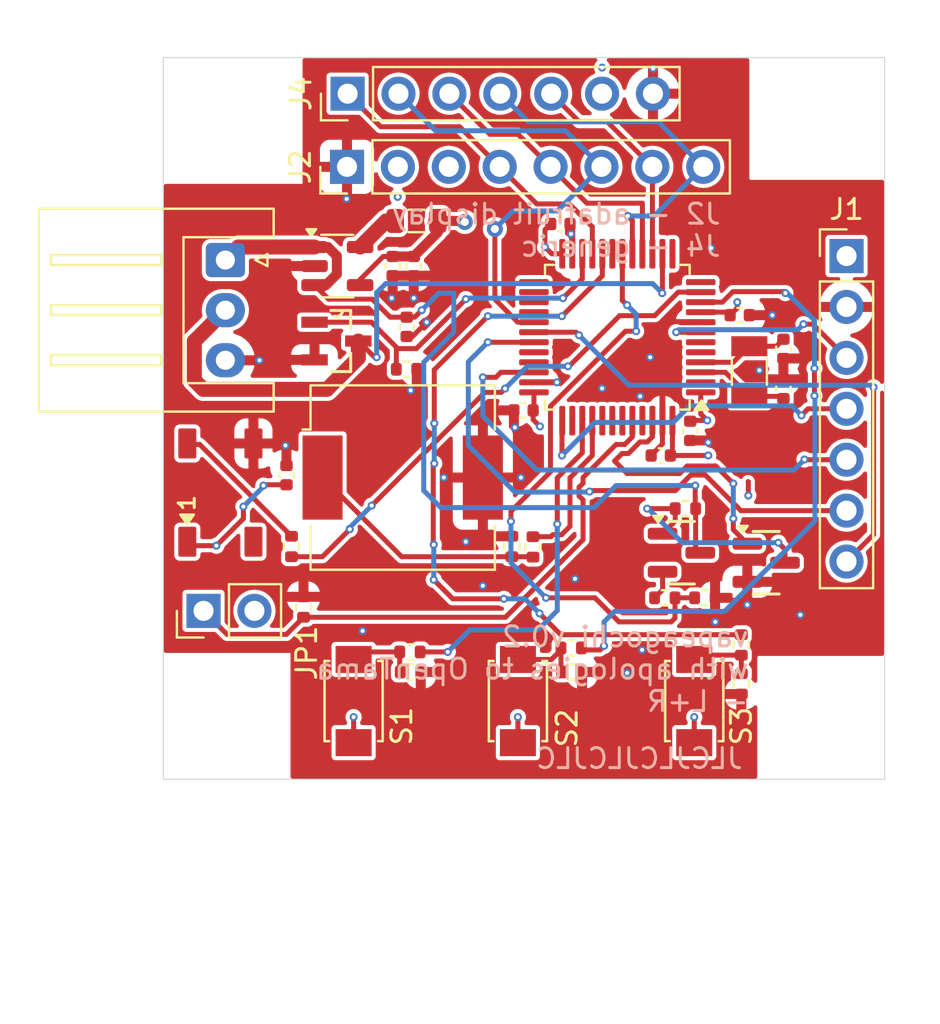
<source format=kicad_pcb>
(kicad_pcb (version 20240108) (generator "pcbnew") (generator_version "8.0")
  (layers (0 "F.Cu" signal) (1 "In1.Cu" signal) (2 "In2.Cu" power) (31 "B.Cu" signal) (34 "B.Paste" user) (35 "F.Paste" user) (36 "B.SilkS" user "B.Silkscreen") (37 "F.SilkS" user "F.Silkscreen") (38 "B.Mask" user) (39 "F.Mask" user) (44 "Edge.Cuts" user))
  (net 0 "")
  (net 1 "+BATT")
  (net 2 "GND")
  (net 3 "OSC32_IN")
  (net 4 "OSC32_OUT")
  (net 6 "Net-(D2-DIN)")
  (net 7 "NRST")
  (net 8 "SWCLK")
  (net 9 "SWDIO")
  (net 10 "USART1_TX")
  (net 11 "USART1_RX")
  (net 12 "SCREEN_RES")
  (net 13 "SCREEN_CLK")
  (net 14 "SCREEN_DIN")
  (net 15 "SCREEN_DC")
  (net 17 "SCREEN_CS")
  (net 18 "HEAT_IN")
  (net 19 "BOOT0")
  (net 20 "Net-(U1-SW)")
  (net 21 "Net-(LS1-Pad1)")
  (net 22 "VBATT_MEAS")
  (net 23 "HEAT_EN")
  (net 24 "Net-(Q1-D)")
  (net 25 "Net-(Q3-S)")
  (net 26 "SPEAKER")
  (net 27 "LEFT_BTN")
  (net 28 "Net-(R11-Pad1)")
  (net 29 "Net-(R12-Pad1)")
  (net 30 "MIDDLE_BTN")
  (net 31 "RIGHT_BTN")
  (net 32 "Net-(R13-Pad1)")
  (net 33 "VBATT_ANA")
  (net 38 "NCHARG")
  (net 48 "VBUS_SENSE")
  (net 49 "+3V3")
  (net 52 "LED")
  (footprint "Capacitor_SMD:C_0402_1005Metric" (layer "F.Cu") (at 130.85 66.43 90)
    (property "Reference" "C2" (hide yes))
    (property "Value" "12pF")
  )
  (footprint "Connector_PinHeader_2.54mm:PinHeader_1x08_P2.54mm_Vertical" (layer "F.Cu") (at 109.07 55.35 90)
    (property "Reference" "J2")
    (property "Value" "Conn_01x08")
  )
  (footprint "Capacitor_SMD:C_0402_1005Metric" (layer "F.Cu") (at 112.4 60.3 -90)
    (property "Reference" "C5" (hide yes))
    (property "Value" "4.7uF" (hide yes))
  )
  (footprint "MountingHole:MountingHole_2.7mm_M2.5" (layer "F.Cu") (at 132.8 82.8)
    (property "Reference" "H4" (hide yes))
    (property "Value" "MountingHole")
  )
  (footprint "Resistor_SMD:R_0402_1005Metric" (layer "F.Cu") (at 120.29 80.55)
    (property "Reference" "R5" (hide yes))
    (property "Value" "100k")
  )
  (footprint "IRLML6344TRPBF:SOT95P240X112-3N" (layer "F.Cu") (at 108.5422 64.0398)
    (property "Reference" "U2" (hide yes))
    (property "Value" "IRLML6344TRPBF")
  )
  (footprint "Resistor_SMD:R_0402_1005Metric" (layer "F.Cu") (at 112.24 80.55)
    (property "Reference" "R4" (hide yes))
    (property "Value" "100k")
  )
  (footprint "MountingHole:MountingHole_2.7mm_M2.5" (layer "F.Cu") (at 103 82.8)
    (property "Reference" "H2" (hide yes))
    (property "Value" "MountingHole")
  )
  (footprint "Capacitor_SMD:C_0402_1005Metric" (layer "F.Cu") (at 117.88 67.5 180)
    (property "Reference" "C10" (hide yes))
    (property "Value" "1uF")
  )
  (footprint "Connector_PinHeader_2.54mm:PinHeader_1x07_P2.54mm_Vertical" (layer "F.Cu") (at 109.1 51.7 90)
    (property "Reference" "J4")
    (property "Value" "Conn_01x07")
  )
  (footprint "TS-1088-AR02016:SW_TS-1088-AR02016" (layer "F.Cu") (at 109.4 82 -90)
    (property "Reference" "S1")
    (property "Value" "TS-1088-AR02016")
  )
  (footprint "Resistor_SMD:R_0402_1005Metric" (layer "F.Cu") (at 126.93 76.85)
    (property "Reference" "R24" (hide yes))
    (property "Value" "20k")
  )
  (footprint "Package_QFP:LQFP-48_7x7mm_P0.5mm" (layer "F.Cu") (at 122.5625 63.85 180)
    (property "Reference" "U3" (hide yes))
    (property "Value" "STM32L072CBTx")
  )
  (footprint "TS-1088-AR02016:SW_TS-1088-AR02016" (layer "F.Cu") (at 126.4 82 -90)
    (property "Reference" "S3")
    (property "Value" "TS-1088-AR02016")
  )
  (footprint "Resistor_SMD:R_0402_1005Metric" (layer "F.Cu") (at 112.04 65.45)
    (property "Reference" "R1" (hide yes))
    (property "Value" "1M")
  )
  (footprint "Capacitor_SMD:C_0402_1005Metric" (layer "F.Cu") (at 106.05 70.73 90)
    (property "Reference" "C8" (hide yes))
    (property "Value" "1uF")
  )
  (footprint "Crystal:Crystal_SMD_3215-2Pin_3.2x1.5mm" (layer "F.Cu") (at 129.15 65.55 -90)
    (property "Reference" "Y1" (hide yes))
    (property "Value" "32768Hz - 12,5 pF")
  )
  (footprint "PCM_JLCPCB:LED_WS2812B_PLCC4_5.0x5.0mm_P3.2mm" (layer "F.Cu") (at 102.75 71.6 90)
    (property "Reference" "D2" (hide yes))
    (property "Value" "WS2812B")
  )
  (footprint "Capacitor_SMD:C_0402_1005Metric" (layer "F.Cu") (at 111.35 60.3 -90)
    (property "Reference" "C6" (hide yes))
    (property "Value" "4.7uF")
  )
  (footprint "Resistor_SMD:R_0402_1005Metric" (layer "F.Cu") (at 112.21 79.55)
    (property "Reference" "R11" (hide yes))
    (property "Value" "330")
  )
  (footprint "TS-1088-AR02016:SW_TS-1088-AR02016" (layer "F.Cu") (at 117.6 82 -90)
    (property "Reference" "S2")
    (property "Value" "TS-1088-AR02016")
  )
  (footprint "Connector_JST:JST_XH_S3B-XH-A_1x03_P2.50mm_Horizontal" (layer "F.Cu") (at 103 60 -90)
    (property "Reference" "J3" (hide yes))
    (property "Value" "Conn_01x03")
  )
  (footprint "Resistor_SMD:R_0402_1005Metric" (layer "F.Cu") (at 117.3 74.29 90)
    (property "Reference" "R10" (hide yes))
    (property "Value" "1k")
  )
  (footprint "Resistor_SMD:R_0402_1005Metric" (layer "F.Cu") (at 128.75 79.2 90)
    (property "Reference" "R13" (hide yes))
    (property "Value" "330")
  )
  (footprint "Resistor_SMD:R_0402_1005Metric" (layer "F.Cu") (at 125.96 72.4 180)
    (property "Reference" "R22" (hide yes))
    (property "Value" "100k")
  )
  (footprint "PCM_JLCPCB:Q_SOT-23" (layer "F.Cu") (at 129.99 75.1)
    (property "Reference" "Q1" (hide yes))
    (property "Value" "2N7002")
  )
  (footprint "PCM_JLCPCB:Q_SOT-23" (layer "F.Cu") (at 125.76 74.6)
    (property "Reference" "Q3" (hide yes))
    (property "Value" "SI2301CDS-T1-GE3")
  )
  (footprint "Resistor_SMD:R_0402_1005Metric" (layer "F.Cu") (at 118.35 74.31 90)
    (property "Reference" "R9" (hide yes))
    (property "Value" "100")
  )
  (footprint "MountingHole:MountingHole_2.7mm_M2.5" (layer "F.Cu") (at 132.8 53)
    (property "Reference" "H3" (hide yes))
    (property "Value" "MountingHole")
  )
  (footprint "Connector_PinHeader_2.54mm:PinHeader_1x02_P2.54mm_Vertical" (layer "F.Cu") (at 101.91 77.5 90)
    (property "Reference" "JP1")
    (property "Value" "BOOT0")
  )
  (footprint "Capacitor_SMD:C_0402_1005Metric" (layer "F.Cu") (at 124.73 69.75 180)
    (property "Reference" "C7" (hide yes))
    (property "Value" "1uF")
  )
  (footprint "Capacitor_SMD:C_0402_1005Metric" (layer "F.Cu") (at 128.67 62.75)
    (property "Reference" "C4" (hide yes))
    (property "Value" "1uF")
  )
  (footprint "MountingHole:MountingHole_2.7mm_M2.5" (layer "F.Cu") (at 103 53)
    (property "Reference" "H1" (hide yes))
    (property "Value" "MountingHole")
  )
  (footprint "Capacitor_SMD:C_0402_1005Metric" (layer "F.Cu") (at 112.05 63.33 -90)
    (property "Reference" "C1" (hide yes))
    (property "Value" "4.7uF")
  )
  (footprint "Resistor_SMD:R_0402_1005Metric" (layer "F.Cu") (at 106.9 77.31 90)
    (property "Reference" "R2" (hide yes))
    (property "Value" "10k")
  )
  (footprint "Connector_PinHeader_2.54mm:PinHeader_1x07_P2.54mm_Vertical" (layer "F.Cu") (at 134 59.8)
    (property "Reference" "J1")
    (property "Value" "Conn_01x07")
  )
  (footprint "Capacitor_SMD:C_0402_1005Metric" (layer "F.Cu") (at 130.85 64.43 -90)
    (property "Reference" "C3" (hide yes))
    (property "Value" "12pF")
  )
  (footprint "Resistor_SMD:R_0402_1005Metric" (layer "F.Cu") (at 120.26 79.35)
    (property "Reference" "R12" (hide yes))
    (property "Value" "330")
  )
  (footprint "Buzzer_Beeper:Buzzer_CUI_CPT-9019S-SMT" (layer "F.Cu") (at 111.85 70.85)
    (property "Reference" "LS1" (hide yes))
    (property "Value" "Speaker_Crystal")
  )
  (footprint "Resistor_SMD:R_0402_1005Metric" (layer "F.Cu") (at 106.3 74.29 90)
    (property "Reference" "R3" (hide yes))
    (property "Value" "330")
  )
  (footprint "Package_TO_SOT_SMD:SOT-23-5" (layer "F.Cu") (at 108.5875 60.3)
    (property "Reference" "U1" (hide yes))
    (property "Value" "TPS62203DBV")
  )
  (footprint "Resistor_SMD:R_0402_1005Metric" (layer "F.Cu") (at 128.75 81.14 -90)
    (property "Reference" "R6" (hide yes))
    (property "Value" "100k")
  )
  (footprint "Inductor_SMD:L_0805_2012Metric" (layer "F.Cu") (at 112.5375 58.05)
    (property "Reference" "L1" (hide yes))
    (property "Value" "10uH")
  )
  (footprint "Capacitor_SMD:C_0402_1005Metric" (layer "F.Cu") (at 126.2 68.52 -90)
    (property "Reference" "C11" (hide yes))
    (property "Value" "1uF")
  )
  (footprint "Resistor_SMD:R_0402_1005Metric" (layer "F.Cu") (at 124.93 76.85)
    (property "Reference" "R23" (hide yes))
    (property "Value" "20k")
  )
  (footprint "Capacitor_SMD:C_0402_1005Metric" (layer "F.Cu") (at 119.72 58.2)
    (property "Reference" "C9" (hide yes))
    (property "Value" "1uF")
  )
  (gr_rect (start 99.9 49.9) (end 135.9 85.9) (stroke (width 0.05)) (fill none) (layer "Edge.Cuts"))
  (gr_text "J2 - adafruit display\nJ4 - generic" (at 127.8 59.9 0) (layer "B.SilkS") (effects (font (size 1 1)) (justify left bottom mirror)))
  (gr_text "JLCJLCJLCJLC" (at 128.9 85.45 0) (layer "B.SilkS") (effects (font (size 1 1)) (justify left bottom mirror)))
  (gr_text "vapeagochi v0.2\nwith apologies to OpenTama\n- L+R" (at 129.2 82.6 0) (layer "B.SilkS") (effects (font (size 1 1)) (justify left bottom mirror)))
  (segment (start 108.5625 59.800001) (end 108.112499 59.35) (width 0.5) (layer "F.Cu") (net 1))
  (segment (start 112.45 62.85) (end 112.8 62.5) (width 0.25) (layer "F.Cu") (net 1))
  (segment (start 108.15 61.95) (end 107.45 61.25) (width 0.25) (layer "F.Cu") (net 1))
  (segment (start 108.015184 61.25) (end 108.5625 60.702684) (width 0.5) (layer "F.Cu") (net 1))
  (segment (start 126.45 71.25) (end 126.45 72.38) (width 0.25) (layer "F.Cu") (net 1))
  (segment (start 126.45 72.38) (end 126.47 72.4) (width 0.25) (layer "F.Cu") (net 1))
  (segment (start 107.45 61.25) (end 108.015184 61.25) (width 0.5) (layer "F.Cu") (net 1))
  (segment (start 112.05 62.85) (end 112.45 62.85) (width 0.25) (layer "F.Cu") (net 1))
  (segment (start 110.324695 61.95) (end 108.15 61.95) (width 0.25) (layer "F.Cu") (net 1))
  (segment (start 126.47 74.37) (end 126.7 74.6) (width 0.25) (layer "F.Cu") (net 1))
  (segment (start 126.47 72.4) (end 126.47 74.37) (width 0.25) (layer "F.Cu") (net 1))
  (segment (start 108.5625 60.702684) (end 108.5625 59.800001) (width 0.5) (layer "F.Cu") (net 1))
  (segment (start 107.45 59.35) (end 103.65 59.35) (width 0.75) (layer "F.Cu") (net 1))
  (segment (start 108.112499 59.35) (end 107.45 59.35) (width 0.5) (layer "F.Cu") (net 1))
  (segment (start 103.65 59.35) (end 103 60) (width 0.75) (layer "F.Cu") (net 1))
  (segment (start 112.05 62.85) (end 111.224695 62.85) (width 0.25) (layer "F.Cu") (net 1))
  (segment (start 111.224695 62.85) (end 110.324695 61.95) (width 0.25) (layer "F.Cu") (net 1))
  (via (at 112.8 62.5) (size 0.4) (drill 0.2) (layers "F.Cu" "B.Cu") (net 1))
  (via (at 126.45 71.25) (size 0.4) (drill 0.2) (layers "F.Cu" "B.Cu") (net 1))
  (segment (start 113.65 61.65) (end 114.4 61.65) (width 0.25) (layer "B.Cu") (net 1))
  (segment (start 113.75 72.35) (end 121.4 72.35) (width 0.25) (layer "B.Cu") (net 1))
  (segment (start 114.4 61.65) (end 114.4 63.6) (width 0.25) (layer "B.Cu") (net 1))
  (segment (start 114.4 63.6) (end 112.9 65.1) (width 0.25) (layer "B.Cu") (net 1))
  (segment (start 122.5 71.25) (end 126.45 71.25) (width 0.25) (layer "B.Cu") (net 1))
  (segment (start 112.9 71.5) (end 113.75 72.35) (width 0.25) (layer "B.Cu") (net 1))
  (segment (start 112.8 62.5) (end 113.65 61.65) (width 0.25) (layer "B.Cu") (net 1))
  (segment (start 112.9 65.1) (end 112.9 71.5) (width 0.25) (layer "B.Cu") (net 1))
  (segment (start 121.4 72.35) (end 122.5 71.25) (width 0.25) (layer "B.Cu") (net 1))
  (segment (start 124.25 69.73851) (end 124.25 69.75) (width 0.25) (layer "F.Cu") (net 2))
  (segment (start 112.55 66.2) (end 112.25 66.5) (width 0.25) (layer "F.Cu") (net 2))
  (segment (start 112.55 65.45) (end 112.55 66.2) (width 0.25) (layer "F.Cu") (net 2))
  (segment (start 112.34 63.81) (end 113.05 63.1) (width 0.25) (layer "F.Cu") (net 2))
  (segment (start 124.8125 68.0125) (end 124.8125 69.17601) (width 0.25) (layer "F.Cu") (net 2))
  (segment (start 103.0204 64.9796) (end 103 65) (width 0.75) (layer "F.Cu") (net 2))
  (segment (start 103.25 65) (end 103 65) (width 0.75) (layer "F.Cu") (net 2))
  (segment (start 112.05 63.81) (end 112.34 63.81) (width 0.25) (layer "F.Cu") (net 2))
  (segment (start 124.8125 69.17601) (end 124.25 69.73851) (width 0.25) (layer "F.Cu") (net 2))
  (via (at 120.25 58.7) (size 0.4) (drill 0.2) (layers "F.Cu" "B.Cu") (net 2))
  (via (at 113.9 70.85) (size 0.4) (drill 0.2) (layers "F.Cu" "B.Cu") (net 2))
  (via (at 131.7 77.7) (size 0.4) (drill 0.2) (layers "F.Cu" "B.Cu") (net 2))
  (via (at 115 74.05) (size 0.4) (drill 0.2) (layers "F.Cu" "B.Cu") (net 2))
  (via (at 109.85 78.5) (size 0.4) (drill 0.2) (layers "F.Cu" "B.Cu") (net 2))
  (via (at 127.45 78.05) (size 0.4) (drill 0.2) (layers "F.Cu" "B.Cu") (net 2))
  (via (at 124.2 64.85) (size 0.4) (drill 0.2) (layers "F.Cu" "B.Cu") (net 2))
  (via (at 104.7 65) (size 0.4) (drill 0.2) (layers "F.Cu" "B.Cu") (net 2))
  (via (at 127.25 59.4) (size 0.4) (drill 0.2) (layers "F.Cu" "B.Cu") (net 2))
  (via (at 111.3 61.9) (size 0.4) (drill 0.2) (layers "F.Cu" "B.Cu") (net 2))
  (via (at 120.45 75.9) (size 0.4) (drill 0.2) (layers "F.Cu" "B.Cu") (net 2))
  (via (at 109.05 56.95) (size 0.4) (drill 0.2) (layers "F.Cu" "B.Cu") (net 2))
  (via (at 115.85 76.25) (size 0.4) (drill 0.2) (layers "F.Cu" "B.Cu") (net 2))
  (via (at 113.05 63.1) (size 0.4) (drill 0.2) (layers "F.Cu" "B.Cu") (net 2))
  (via (at 129.05 77.2) (size 0.4) (drill 0.2) (layers "F.Cu" "B.Cu") (net 2))
  (via (at 119.55 66.1) (size 0.4) (drill 0.2) (layers "F.Cu" "B.Cu") (net 2))
  (via (at 123.05 80.6) (size 0.4) (drill 0.2) (layers "F.Cu" "B.Cu") (net 2))
  (via (at 129.65 65.5) (size 0.4) (drill 0.2) (layers "F.Cu" "B.Cu") (net 2))
  (via (at 106 69.25) (size 0.4) (drill 0.2) (layers "F.Cu" "B.Cu") (net 2))
  (via (at 112.4 61.9) (size 0.4) (drill 0.2) (layers "F.Cu" "B.Cu") (net 2))
  (via (at 130.3 62.75) (size 0.4) (drill 0.2) (layers "F.Cu" "B.Cu") (net 2))
  (via (at 123.7 66.8) (size 0.4) (drill 0.2) (layers "F.Cu" "B.Cu") (net 2))
  (via (at 123.8 79.45) (size 0.4) (drill 0.2) (layers "F.Cu" "B.Cu") (net 2))
  (via (at 112.25 66.5) (size 0.4) (drill 0.2) (layers "F.Cu" "B.Cu") (net 2))
  (via (at 127.1 69.1) (size 0.4) (drill 0.2) (layers "F.Cu" "B.Cu") (net 2))
  (via (at 124.35 50.45) (size 0.4) (drill 0.2) (layers "F.Cu" "B.Cu") (net 2))
  (via (at 121.8 66.4) (size 0.4) (drill 0.2) (layers "F.Cu" "B.Cu") (net 2))
  (via (at 117.45 68.35) (size 0.4) (drill 0.2) (layers "F.Cu" "B.Cu") (net 2))
  (via (at 117.75 70.85) (size 0.4) (drill 0.2) (layers "F.Cu" "B.Cu") (net 2))
  (segment (start 127.95 65.6) (end 129.15 66.8) (width 0.25) (layer "F.Cu") (net 3))
  (segment (start 126.725 65.6) (end 127.95 65.6) (width 0.25) (layer "F.Cu") (net 3))
  (segment (start 130.74 66.8) (end 130.85 66.91) (width 0.25) (layer "F.Cu") (net 3))
  (segment (start 129.15 66.8) (end 130.74 66.8) (width 0.25) (layer "F.Cu") (net 3))
  (segment (start 129.15 64.3) (end 128.35 65.1) (width 0.25) (layer "F.Cu") (net 4))
  (segment (start 130.5 64.3) (end 130.85 63.95) (width 0.25) (layer "F.Cu") (net 4))
  (segment (start 128.35 65.1) (end 126.725 65.1) (width 0.25) (layer "F.Cu") (net 4))
  (segment (start 129.15 64.3) (end 130.5 64.3) (width 0.25) (layer "F.Cu") (net 4))
  (segment (start 101.72 69.2) (end 101.3 69.2) (width 0.25) (layer "F.Cu") (net 6))
  (segment (start 106.3 73.78) (end 101.72 69.2) (width 0.25) (layer "F.Cu") (net 6))
  (segment (start 125.5 63.6) (end 126.725 63.6) (width 0.25) (layer "F.Cu") (net 7))
  (segment (start 134 64.88) (end 132.32 63.2) (width 0.25) (layer "F.Cu") (net 7))
  (segment (start 132.32 63.2) (end 131.85 63.2) (width 0.25) (layer "F.Cu") (net 7))
  (via (at 125.5 63.6) (size 0.4) (drill 0.2) (layers "F.Cu" "B.Cu") (net 7))
  (via (at 131.85 63.2) (size 0.4) (drill 0.2) (layers "F.Cu" "B.Cu") (net 7))
  (segment (start 125.5 63.6) (end 125.625 63.475) (width 0.25) (layer "B.Cu") (net 7))
  (segment (start 125.625 63.475) (end 131.575 63.475) (width 0.25) (layer "B.Cu") (net 7))
  (segment (start 131.575 63.475) (end 131.85 63.2) (width 0.25) (layer "B.Cu") (net 7))
  (segment (start 132.08 67.42) (end 131.75 67.75) (width 0.25) (layer "F.Cu") (net 8))
  (segment (start 119.8 68.025) (end 119.8125 68.0125) (width 0.25) (layer "F.Cu") (net 8))
  (segment (start 119.8 69.75) (end 119.8 68.025) (width 0.25) (layer "F.Cu") (net 8))
  (segment (start 134 67.42) (end 132.08 67.42) (width 0.25) (layer "F.Cu") (net 8))
  (via (at 119.8 69.75) (size 0.4) (drill 0.2) (layers "F.Cu" "B.Cu") (net 8))
  (via (at 131.75 67.75) (size 0.4) (drill 0.2) (layers "F.Cu" "B.Cu") (net 8))
  (segment (start 121.45 68.1) (end 119.8 69.75) (width 0.25) (layer "B.Cu") (net 8))
  (segment (start 126.175 67.275) (end 125.35 68.1) (width 0.25) (layer "B.Cu") (net 8))
  (segment (start 131.275 67.275) (end 126.175 67.275) (width 0.25) (layer "B.Cu") (net 8))
  (segment (start 131.75 67.75) (end 131.275 67.275) (width 0.25) (layer "B.Cu") (net 8))
  (segment (start 125.35 68.1) (end 121.45 68.1) (width 0.25) (layer "B.Cu") (net 8))
  (segment (start 115.85 65.85) (end 116.5 65.85) (width 0.25) (layer "F.Cu") (net 9))
  (segment (start 131.91 69.96) (end 131.9 69.95) (width 0.25) (layer "F.Cu") (net 9))
  (segment (start 134 69.96) (end 131.91 69.96) (width 0.25) (layer "F.Cu") (net 9))
  (segment (start 116.5 65.85) (end 116.75 65.6) (width 0.25) (layer "F.Cu") (net 9))
  (segment (start 116.75 65.6) (end 118.4 65.6) (width 0.25) (layer "F.Cu") (net 9))
  (via (at 115.85 65.85) (size 0.4) (drill 0.2) (layers "F.Cu" "B.Cu") (net 9))
  (via (at 131.9 69.95) (size 0.4) (drill 0.2) (layers "F.Cu" "B.Cu") (net 9))
  (segment (start 115.85 67.775305) (end 115.85 65.85) (width 0.25) (layer "B.Cu") (net 9))
  (segment (start 118.549695 70.475) (end 115.85 67.775305) (width 0.25) (layer "B.Cu") (net 9))
  (segment (start 131.9 69.95) (end 131.375 70.475) (width 0.25) (layer "B.Cu") (net 9))
  (segment (start 131.375 70.475) (end 118.549695 70.475) (width 0.25) (layer "B.Cu") (net 9))
  (segment (start 135.35 73.69) (end 135.35 66.35) (width 0.25) (layer "F.Cu") (net 10))
  (segment (start 120.65 63.75) (end 120.5 63.6) (width 0.25) (layer "F.Cu") (net 10))
  (segment (start 120.5 63.6) (end 118.4 63.6) (width 0.25) (layer "F.Cu") (net 10))
  (segment (start 134 75.04) (end 135.35 73.69) (width 0.25) (layer "F.Cu") (net 10))
  (via (at 120.65 63.75) (size 0.4) (drill 0.2) (layers "F.Cu" "B.Cu") (net 10))
  (via (at 135.35 66.35) (size 0.4) (drill 0.2) (layers "F.Cu" "B.Cu") (net 10))
  (segment (start 123.145 66.245) (end 120.65 63.75) (width 0.25) (layer "B.Cu") (net 10))
  (segment (start 135.35 66.35) (end 135.245 66.245) (width 0.25) (layer "B.Cu") (net 10))
  (segment (start 135.245 66.245) (end 123.145 66.245) (width 0.25) (layer "B.Cu") (net 10))
  (segment (start 128.725305 72.5) (end 134 72.5) (width 0.25) (layer "F.Cu") (net 11))
  (segment (start 121.224694 71.5) (end 125.457537 71.5) (width 0.25) (layer "F.Cu") (net 11))
  (segment (start 125.457537 71.5) (end 126.232537 70.725) (width 0.25) (layer "F.Cu") (net 11))
  (segment (start 116.1 64.1) (end 118.4 64.1) (width 0.25) (layer "F.Cu") (net 11))
  (segment (start 126.232537 70.725) (end 126.950305 70.725) (width 0.25) (layer "F.Cu") (net 11))
  (segment (start 126.950305 70.725) (end 128.725305 72.5) (width 0.25) (layer "F.Cu") (net 11))
  (segment (start 121.174847 71.549847) (end 121.224694 71.5) (width 0.25) (layer "F.Cu") (net 11))
  (via (at 121.174847 71.549847) (size 0.4) (drill 0.2) (layers "F.Cu" "B.Cu") (net 11))
  (via (at 116.1 64.1) (size 0.4) (drill 0.2) (layers "F.Cu" "B.Cu") (net 11))
  (segment (start 121.174847 71.549847) (end 121.149694 71.575) (width 0.25) (layer "B.Cu") (net 11))
  (segment (start 121.149694 71.575) (end 117.449695 71.575) (width 0.25) (layer "B.Cu") (net 11))
  (segment (start 117.449695 71.575) (end 115.125 69.250305) (width 0.25) (layer "B.Cu") (net 11))
  (segment (start 115.125 65.075) (end 116.1 64.1) (width 0.25) (layer "B.Cu") (net 11))
  (segment (start 115.125 69.250305) (end 115.125 65.075) (width 0.25) (layer "B.Cu") (net 11))
  (segment (start 119.23 55.35) (end 117.605 53.725) (width 0.25) (layer "F.Cu") (net 12))
  (segment (start 116.205 53.725) (end 114.18 51.7) (width 0.25) (layer "F.Cu") (net 12))
  (segment (start 123.8125 57.1625) (end 121.0425 57.1625) (width 0.25) (layer "F.Cu") (net 12))
  (segment (start 123.8125 59.6875) (end 123.8125 57.1625) (width 0.25) (layer "F.Cu") (net 12))
  (segment (start 121.0425 57.1625) (end 119.23 55.35) (width 0.25) (layer "F.Cu") (net 12))
  (segment (start 117.605 53.725) (end 116.205 53.725) (width 0.25) (layer "F.Cu") (net 12))
  (segment (start 124.3125 59.6875) (end 124.3125 55.3525) (width 0.25) (layer "F.Cu") (net 13))
  (segment (start 120.66 53.1) (end 122.06 53.1) (width 0.25) (layer "F.Cu") (net 13))
  (segment (start 119.26 51.7) (end 120.66 53.1) (width 0.25) (layer "F.Cu") (net 13))
  (segment (start 124.3125 55.3525) (end 124.31 55.35) (width 0.25) (layer "F.Cu") (net 13))
  (segment (start 122.06 53.1) (end 124.31 55.35) (width 0.25) (layer "F.Cu") (net 13))
  (segment (start 123.3125 59.6875) (end 123.3125 58.025) (width 0.25) (layer "F.Cu") (net 14))
  (segment (start 123.3125 58.025) (end 123.0875 57.8) (width 0.25) (layer "F.Cu") (net 14))
  (via (at 123.0875 57.8) (size 0.4) (drill 0.2) (layers "F.Cu" "B.Cu") (net 14))
  (segment (start 124.4 57.8) (end 123.0875 57.8) (width 0.25) (layer "B.Cu") (net 14))
  (segment (start 118.12 53.1) (end 124.6 53.1) (width 0.25) (layer "B.Cu") (net 14))
  (segment (start 116.72 51.7) (end 118.12 53.1) (width 0.25) (layer "B.Cu") (net 14))
  (segment (start 124.6 53.1) (end 126.85 55.35) (width 0.25) (layer "B.Cu") (net 14))
  (segment (start 126.85 55.35) (end 124.4 57.8) (width 0.25) (layer "B.Cu") (net 14))
  (segment (start 117.594736 63.1) (end 118.4 63.1) (width 0.25) (layer "F.Cu") (net 15))
  (segment (start 116.45 58.45) (end 116.45 61.955264) (width 0.25) (layer "F.Cu") (net 15))
  (segment (start 116.45 61.955264) (end 117.594736 63.1) (width 0.25) (layer "F.Cu") (net 15))
  (via (at 121.7 55.5) (size 0.4) (drill 0.2) (layers "F.Cu" "B.Cu") (net 15))
  (via (at 116.45 58.45) (size 0.8) (drill 0.4) (layers "F.Cu" "B.Cu") (net 15))
  (segment (start 117.35 57.55) (end 116.45 58.45) (width 0.25) (layer "B.Cu") (net 15))
  (segment (start 111.64 51.7) (end 113.49 53.55) (width 0.25) (layer "B.Cu") (net 15))
  (segment (start 121.77 55.35) (end 119.57 57.55) (width 0.25) (layer "B.Cu") (net 15))
  (segment (start 119.57 57.55) (end 117.35 57.55) (width 0.25) (layer "B.Cu") (net 15))
  (segment (start 119.97 53.55) (end 121.77 55.35) (width 0.25) (layer "B.Cu") (net 15))
  (segment (start 113.49 53.55) (end 119.97 53.55) (width 0.25) (layer "B.Cu") (net 15))
  (segment (start 120.17149 57.2) (end 118.54 57.2) (width 0.25) (layer "F.Cu") (net 17))
  (segment (start 114.69 53.35) (end 110.75 53.35) (width 0.25) (layer "F.Cu") (net 17))
  (segment (start 110.75 53.35) (end 109.1 51.7) (width 0.25) (layer "F.Cu") (net 17))
  (segment (start 121.3125 58.34101) (end 120.17149 57.2) (width 0.25) (layer "F.Cu") (net 17))
  (segment (start 118.54 57.2) (end 116.69 55.35) (width 0.25) (layer "F.Cu") (net 17))
  (segment (start 121.3125 59.6875) (end 121.3125 58.34101) (width 0.25) (layer "F.Cu") (net 17))
  (segment (start 116.69 55.35) (end 114.69 53.35) (width 0.25) (layer "F.Cu") (net 17))
  (segment (start 101.9 66.45) (end 108.0694 66.45) (width 0.75) (layer "F.Cu") (net 18))
  (segment (start 101.45 64.05) (end 101.45 66) (width 0.75) (layer "F.Cu") (net 18))
  (segment (start 124.8125 61.6375) (end 124.8 61.65) (width 0.25) (layer "F.Cu") (net 18))
  (segment (start 124.8125 59.6875) (end 124.8125 61.6375) (width 0.25) (layer "F.Cu") (net 18))
  (segment (start 110.4446 64.85) (end 109.6344 64.0398) (width 0.25) (layer "F.Cu") (net 18))
  (segment (start 110.55 64.85) (end 110.4446 64.85) (width 0.25) (layer "F.Cu") (net 18))
  (segment (start 103 62.5) (end 101.45 64.05) (width 0.75) (layer "F.Cu") (net 18))
  (segment (start 108.0694 66.45) (end 109.6344 64.885) (width 0.75) (layer "F.Cu") (net 18))
  (segment (start 101.45 66) (end 101.9 66.45) (width 0.75) (layer "F.Cu") (net 18))
  (segment (start 109.6344 64.885) (end 109.6344 64.0398) (width 0.75) (layer "F.Cu") (net 18))
  (via (at 124.8 61.65) (size 0.4) (drill 0.2) (layers "F.Cu" "B.Cu") (net 18))
  (via (at 110.55 64.85) (size 0.4) (drill 0.2) (layers "F.Cu" "B.Cu") (net 18))
  (segment (start 124.8 61.65) (end 124.325 61.175) (width 0.25) (layer "B.Cu") (net 18))
  (segment (start 110.999695 61.175) (end 110.55 61.624695) (width 0.25) (layer "B.Cu") (net 18))
  (segment (start 124.325 61.175) (end 110.999695 61.175) (width 0.25) (layer "B.Cu") (net 18))
  (segment (start 110.55 61.624695) (end 110.55 64.85) (width 0.25) (layer "B.Cu") (net 18))
  (segment (start 120.649847 71.332384) (end 120.649847 71.76731) (width 0.25) (layer "F.Cu") (net 19))
  (segment (start 123.3125 68.817764) (end 122.930264 69.2) (width 0.25) (layer "F.Cu") (net 19))
  (segment (start 123.3125 68.0125) (end 123.3125 68.817764) (width 0.25) (layer "F.Cu") (net 19))
  (segment (start 103.085 78.675) (end 101.91 77.5) (width 0.25) (layer "F.Cu") (net 19))
  (segment (start 116.98 77.82) (end 106.9 77.82) (width 0.25) (layer "F.Cu") (net 19))
  (segment (start 120.649847 71.76731) (end 120.85 71.967463) (width 0.25) (layer "F.Cu") (net 19))
  (segment (start 120.85 73.95) (end 116.98 77.82) (width 0.25) (layer "F.Cu") (net 19))
  (segment (start 122.499389 69.2) (end 120.85 70.849389) (width 0.25) (layer "F.Cu") (net 19))
  (segment (start 120.85 70.849389) (end 120.85 71.132231) (width 0.25) (layer "F.Cu") (net 19))
  (segment (start 120.85 71.967463) (end 120.85 73.95) (width 0.25) (layer "F.Cu") (net 19))
  (segment (start 106.045 78.675) (end 103.085 78.675) (width 0.25) (layer "F.Cu") (net 19))
  (segment (start 122.930264 69.2) (end 122.499389 69.2) (width 0.25) (layer "F.Cu") (net 19))
  (segment (start 120.85 71.132231) (end 120.649847 71.332384) (width 0.25) (layer "F.Cu") (net 19))
  (segment (start 106.9 77.82) (end 106.045 78.675) (width 0.25) (layer "F.Cu") (net 19))
  (segment (start 111.475 58.05) (end 111.025 58.05) (width 0.75) (layer "F.Cu") (net 20))
  (segment (start 111.025 58.05) (end 109.725 59.35) (width 0.75) (layer "F.Cu") (net 20))
  (segment (start 118.25 74.8) (end 117.25 74.8) (width 0.25) (layer "F.Cu") (net 21))
  (segment (start 117.25 74.8) (end 111.8 74.8) (width 0.25) (layer "F.Cu") (net 21))
  (segment (start 111.8 74.8) (end 107.85 70.85) (width 0.25) (layer "F.Cu") (net 21))
  (segment (start 124.3125 68.0125) (end 124.3125 68.817764) (width 0.25) (layer "F.Cu") (net 22))
  (segment (start 122.425 70.025) (end 123.05 70.65) (width 0.25) (layer "F.Cu") (net 22))
  (segment (start 123.05 70.65) (end 125.671141 70.65) (width 0.25) (layer "F.Cu") (net 22))
  (segment (start 128.35 72.9) (end 128.35 73.45) (width 0.25) (layer "F.Cu") (net 22))
  (segment (start 124.3125 68.817764) (end 124.055264 69.075) (width 0.25) (layer "F.Cu") (net 22))
  (segment (start 127.475 70.275) (end 128.35 71.15) (width 0.25) (layer "F.Cu") (net 22))
  (segment (start 126.046141 70.275) (end 127.475 70.275) (width 0.25) (layer "F.Cu") (net 22))
  (segment (start 128.35 73.45) (end 129.05 74.15) (width 0.25) (layer "F.Cu") (net 22))
  (segment (start 123.69166 69.075) (end 123.11666 69.65) (width 0.25) (layer "F.Cu") (net 22))
  (segment (start 122.8 69.65) (end 122.425 70.025) (width 0.25) (layer "F.Cu") (net 22))
  (segment (start 125.671141 70.65) (end 126.046141 70.275) (width 0.25) (layer "F.Cu") (net 22))
  (segment (start 123.11666 69.65) (end 122.8 69.65) (width 0.25) (layer "F.Cu") (net 22))
  (segment (start 124.055264 69.075) (end 123.69166 69.075) (width 0.25) (layer "F.Cu") (net 22))
  (via (at 128.35 71.15) (size 0.4) (drill 0.2) (layers "F.Cu" "B.Cu") (net 22))
  (via (at 128.35 72.9) (size 0.4) (drill 0.2) (layers "F.Cu" "B.Cu") (net 22))
  (segment (start 128.35 71.15) (end 128.35 72.9) (width 0.25) (layer "B.Cu") (net 22))
  (segment (start 111.5994 64.415) (end 111.53 64.3456) (width 0.25) (layer "F.Cu") (net 23))
  (segment (start 107.45 63.1) (end 110.2844 63.1) (width 0.25) (layer "F.Cu") (net 23))
  (segment (start 120.8125 60.9375) (end 119.85 61.9) (width 0.25) (layer "F.Cu") (net 23))
  (segment (start 120.8125 59.6875) (end 120.8125 60.9375) (width 0.25) (layer "F.Cu") (net 23))
  (segment (start 112.535 64.415) (end 111.5994 64.415) (width 0.25) (layer "F.Cu") (net 23))
  (segment (start 115 61.95) (end 112.535 64.415) (width 0.25) (layer "F.Cu") (net 23))
  (segment (start 110.2844 63.1) (end 111.53 64.3456) (width 0.25) (layer "F.Cu") (net 23))
  (segment (start 111.53 64.3456) (end 111.53 65.45) (width 0.25) (layer "F.Cu") (net 23))
  (via (at 115 61.95) (size 0.4) (drill 0.2) (layers "F.Cu" "B.Cu") (net 23))
  (via (at 119.85 61.9) (size 0.4) (drill 0.2) (layers "F.Cu" "B.Cu") (net 23))
  (segment (start 115.05 61.9) (end 115 61.95) (width 0.25) (layer "B.Cu") (net 23))
  (segment (start 119.85 61.9) (end 115.05 61.9) (width 0.25) (layer "B.Cu") (net 23))
  (segment (start 130.93 75.1) (end 130.93 74.43) (width 0.25) (layer "F.Cu") (net 24))
  (segment (start 124.05 72.4) (end 125.45 72.4) (width 0.25) (layer "F.Cu") (net 24))
  (segment (start 130.93 74.43) (end 130.6 74.1) (width 0.25) (layer "F.Cu") (net 24))
  (segment (start 125.45 73.02) (end 124.82 73.65) (width 0.25) (layer "F.Cu") (net 24))
  (segment (start 125.45 72.4) (end 125.45 73.02) (width 0.25) (layer "F.Cu") (net 24))
  (via (at 124.05 72.4) (size 0.4) (drill 0.2) (layers "F.Cu" "B.Cu") (net 24))
  (via (at 130.6 74.1) (size 0.4) (drill 0.2) (layers "F.Cu" "B.Cu") (net 24))
  (segment (start 125.8 74.1) (end 130.6 74.1) (width 0.25) (layer "B.Cu") (net 24))
  (segment (start 124.1 72.4) (end 125.8 74.1) (width 0.25) (layer "B.Cu") (net 24))
  (segment (start 124.05 72.4) (end 124.1 72.4) (width 0.25) (layer "B.Cu") (net 24))
  (segment (start 124.82 75.55) (end 124.82 76.45) (width 0.25) (layer "F.Cu") (net 25))
  (segment (start 124.82 76.45) (end 124.42 76.85) (width 0.25) (layer "F.Cu") (net 25))
  (segment (start 119.347303 73.69816) (end 119.245463 73.8) (width 0.25) (layer "F.Cu") (net 26))
  (segment (start 121.3125 68.0125) (end 121.3125 69.750493) (width 0.25) (layer "F.Cu") (net 26))
  (segment (start 120.199847 73.280542) (end 119.782229 73.69816) (width 0.25) (layer "F.Cu") (net 26))
  (segment (start 119.782229 73.69816) (end 119.347303 73.69816) (width 0.25) (layer "F.Cu") (net 26))
  (segment (start 119.245463 73.8) (end 118.35 73.8) (width 0.25) (layer "F.Cu") (net 26))
  (segment (start 121.3125 69.750493) (end 120.199847 70.863146) (width 0.25) (layer "F.Cu") (net 26))
  (segment (start 120.199847 70.863146) (end 120.199847 73.280542) (width 0.25) (layer "F.Cu") (net 26))
  (segment (start 120.8125 68.0125) (end 120.8125 69.614097) (width 0.25) (layer "F.Cu") (net 27))
  (segment (start 120.8125 69.614097) (end 119.564766 70.861831) (width 0.25) (layer "F.Cu") (net 27))
  (segment (start 114.1 79.55) (end 112.72 79.55) (width 0.25) (layer "F.Cu") (net 27))
  (segment (start 119.564766 70.861831) (end 119.564766 73.17316) (width 0.25) (layer "F.Cu") (net 27))
  (via (at 119.564766 73.17316) (size 0.4) (drill 0.2) (layers "F.Cu" "B.Cu") (net 27))
  (via (at 114.1 79.55) (size 0.4) (drill 0.2) (layers "F.Cu" "B.Cu") (net 27))
  (segment (start 119.564766 73.17316) (end 119.564766 77.485234) (width 0.25) (layer "B.Cu") (net 27))
  (segment (start 115.2 78.45) (end 114.1 79.55) (width 0.25) (layer "B.Cu") (net 27))
  (segment (start 118.6 78.45) (end 115.2 78.45) (width 0.25) (layer "B.Cu") (net 27))
  (segment (start 119.564766 77.485234) (end 118.6 78.45) (width 0.25) (layer "B.Cu") (net 27))
  (segment (start 111.7 79.55) (end 109.775 79.55) (width 0.25) (layer "F.Cu") (net 28))
  (segment (start 109.775 79.55) (end 109.4 79.925) (width 0.25) (layer "F.Cu") (net 28))
  (segment (start 111.7 79.55) (end 111.7 80.52) (width 0.25) (layer "F.Cu") (net 28))
  (segment (start 111.7 80.52) (end 111.73 80.55) (width 0.25) (layer "F.Cu") (net 28))
  (segment (start 119.75 79.35) (end 119.75 80.52) (width 0.25) (layer "F.Cu") (net 29))
  (segment (start 117.6 79.925) (end 119.275 79.925) (width 0.25) (layer "F.Cu") (net 29))
  (segment (start 119.275 79.925) (end 119.75 79.45) (width 0.25) (layer "F.Cu") (net 29))
  (segment (start 119.75 80.52) (end 119.78 80.55) (width 0.25) (layer "F.Cu") (net 29))
  (segment (start 128.332537 61.575) (end 130.875 61.575) (width 0.25) (layer "F.Cu") (net 30))
  (segment (start 121.7 79.45) (end 121.9 79.25) (width 0.25) (layer "F.Cu") (net 30))
  (segment (start 126.725 62.1) (end 127.807537 62.1) (width 0.25) (layer "F.Cu") (net 30))
  (segment (start 132.4 65.4) (end 132.4 66.77) (width 0.25) (layer "F.Cu") (net 30))
  (segment (start 120.77 79.45) (end 121.7 79.45) (width 0.25) (layer "F.Cu") (net 30))
  (segment (start 127.807537 62.1) (end 128.332537 61.575) (width 0.25) (layer "F.Cu") (net 30))
  (segment (start 130.875 61.575) (end 130.95 61.65) (width 0.25) (layer "F.Cu") (net 30))
  (via (at 132.4 66.77) (size 0.4) (drill 0.2) (layers "F.Cu" "B.Cu") (net 30))
  (via (at 132.4 65.4) (size 0.4) (drill 0.2) (layers "F.Cu" "B.Cu") (net 30))
  (via (at 121.9 79.25) (size 0.4) (drill 0.2) (layers "F.Cu" "B.Cu") (net 30))
  (via (at 130.95 61.65) (size 0.4) (drill 0.2) (layers "F.Cu" "B.Cu") (net 30))
  (segment (start 132.425 66.795) (end 132.425 73.017463) (width 0.25) (layer "B.Cu") (net 30))
  (segment (start 121.9 79.25) (end 121.9 78.1) (width 0.25) (layer "B.Cu") (net 30))
  (segment (start 131.042463 61.65) (end 132.4 63.007537) (width 0.25) (layer "B.Cu") (net 30))
  (segment (start 132.4 66.77) (end 132.425 66.795) (width 0.25) (layer "B.Cu") (net 30))
  (segment (start 122.425 77.525) (end 121.9 78.05) (width 0.25) (layer "B.Cu") (net 30))
  (segment (start 132.425 73.017463) (end 127.917463 77.525) (width 0.25) (layer "B.Cu") (net 30))
  (segment (start 121.9 78.1) (end 121.9 78.05) (width 0.25) (layer "B.Cu") (net 30))
  (segment (start 132.4 63.007537) (end 132.4 65.4) (width 0.25) (layer "B.Cu") (net 30))
  (segment (start 127.917463 77.525) (end 122.425 77.525) (width 0.25) (layer "B.Cu") (net 30))
  (segment (start 130.95 61.65) (end 131.042463 61.65) (width 0.25) (layer "B.Cu") (net 30))
  (segment (start 119.74 78.69) (end 128.75 78.69) (width 0.25) (layer "F.Cu") (net 31))
  (segment (start 121.8125 60.7875) (end 119.8 62.8) (width 0.25) (layer "F.Cu") (net 31))
  (segment (start 116.1 62.8) (end 113.425 65.475) (width 0.25) (layer "F.Cu") (net 31))
  (segment (start 118.678768 77.628768) (end 119.74 78.69) (width 0.25) (layer "F.Cu") (net 31))
  (segment (start 113.4 75.95) (end 114.35 76.9) (width 0.25) (layer "F.Cu") (net 31))
  (segment (start 114.35 76.9) (end 116.9 76.9) (width 0.25) (layer "F.Cu") (net 31))
  (segment (start 113.375 70.2) (end 113.375 74.175) (width 0.25) (layer "F.Cu") (net 31))
  (segment (start 121.8125 59.6875) (end 121.8125 60.7875) (width 0.25) (layer "F.Cu") (net 31))
  (segment (start 113.425 65.475) (end 113.425 68.15) (width 0.25) (layer "F.Cu") (net 31))
  (segment (start 113.375 74.175) (end 113.4 74.2) (width 0.25) (layer "F.Cu") (net 31))
  (segment (start 113.425 70.15) (end 113.375 70.2) (width 0.25) (layer "F.Cu") (net 31))
  (via (at 113.425 70.15) (size 0.4) (drill 0.2) (layers "F.Cu" "B.Cu") (net 31))
  (via (at 116.1 62.8) (size 0.4) (drill 0.2) (layers "F.Cu" "B.Cu") (net 31))
  (via (at 113.425 68.15) (size 0.4) (drill 0.2) (layers "F.Cu" "B.Cu") (net 31))
  (via (at 113.4 74.2) (size 0.4) (drill 0.2) (layers "F.Cu" "B.Cu") (net 31))
  (via (at 118.678768 77.628768) (size 0.4) (drill 0.2) (layers "F.Cu" "B.Cu") (net 31))
  (via (at 119.8 62.8) (size 0.4) (drill 0.2) (layers "F.Cu" "B.Cu") (net 31))
  (via (at 116.9 76.9) (size 0.4) (drill 0.2) (layers "F.Cu" "B.Cu") (net 31))
  (via (at 113.4 75.95) (size 0.4) (drill 0.2) (layers "F.Cu" "B.Cu") (net 31))
  (segment (start 113.425 68.15) (end 113.425 70.15) (width 0.25) (layer "B.Cu") (net 31))
  (segment (start 117.95 76.9) (end 118.678768 77.628768) (width 0.25) (layer "B.Cu") (net 31))
  (segment (start 116.9 76.9) (end 117.95 76.9) (width 0.25) (layer "B.Cu") (net 31))
  (segment (start 119.8 62.8) (end 116.1 62.8) (width 0.25) (layer "B.Cu") (net 31))
  (segment (start 113.4 74.2) (end 113.4 75.95) (width 0.25) (layer "B.Cu") (net 31))
  (segment (start 126.615 79.71) (end 126.4 79.925) (width 0.25) (layer "F.Cu") (net 32))
  (segment (start 128.75 79.71) (end 128.75 80.63) (width 0.25) (layer "F.Cu") (net 32))
  (segment (start 128.75 79.71) (end 126.615 79.71) (width 0.25) (layer "F.Cu") (net 32))
  (segment (start 125.44 76.85) (end 126.42 76.85) (width 0.25) (layer "F.Cu") (net 33))
  (segment (start 125.25 78.05) (end 125.44 77.86) (width 0.25) (layer "F.Cu") (net 33))
  (segment (start 119.225 70.565201) (end 117.252182 72.538019) (width 0.25) (layer "F.Cu") (net 33))
  (segment (start 122.8125 59.6875) (end 122.8125 62.0125) (width 0.25) (layer "F.Cu") (net 33))
  (segment (start 121.442463 76.85) (end 122.642463 78.05) (width 0.25) (layer "F.Cu") (net 33))
  (segment (start 122.8125 62.0125) (end 123.05 62.25) (width 0.25) (layer "F.Cu") (net 33))
  (segment (start 117.252182 72.538019) (end 117.252182 73.035354) (width 0.25) (layer "F.Cu") (net 33))
  (segment (start 123.5 63.55) (end 122.969736 63.55) (width 0.25) (layer "F.Cu") (net 33))
  (segment (start 125.44 77.86) (end 125.44 76.85) (width 0.25) (layer "F.Cu") (net 33))
  (segment (start 119.225 67.294736) (end 119.225 70.565201) (width 0.25) (layer "F.Cu") (net 33))
  (segment (start 122.969736 63.55) (end 119.225 67.294736) (width 0.25) (layer "F.Cu") (net 33))
  (segment (start 119 76.85) (end 121.442463 76.85) (width 0.25) (layer "F.Cu") (net 33))
  (segment (start 122.642463 78.05) (end 125.25 78.05) (width 0.25) (layer "F.Cu") (net 33))
  (via (at 117.252182 73.035354) (size 0.4) (drill 0.2) (layers "F.Cu" "B.Cu") (net 33))
  (via (at 123.5 63.55) (size 0.4) (drill 0.2) (layers "F.Cu" "B.Cu") (net 33))
  (via (at 123.05 62.25) (size 0.4) (drill 0.2) (layers "F.Cu" "B.Cu") (net 33))
  (via (at 119 76.85) (size 0.4) (drill 0.2) (layers "F.Cu" "B.Cu") (net 33))
  (segment (start 123.5 62.7) (end 123.5 63.55) (width 0.25) (layer "B.Cu") (net 33))
  (segment (start 117.252182 73.035354) (end 117.252182 75.102182) (width 0.25) (layer "B.Cu") (net 33))
  (segment (start 123.05 62.25) (end 123.5 62.7) (width 0.25) (layer "B.Cu") (net 33))
  (segment (start 117.252182 75.102182) (end 119 76.85) (width 0.25) (layer "B.Cu") (net 33))
  (segment (start 117.6 82.8) (end 117.6 84.075) (width 0.25) (layer "F.Cu") (net 49))
  (segment (start 103.9 72.3) (end 103.9 72.9) (width 0.25) (layer "F.Cu") (net 49))
  (segment (start 125.3125 68.0125) (end 125.3125 69.6475) (width 0.25) (layer "F.Cu") (net 49))
  (segment (start 113.6 58.05) (end 114.9 58.05) (width 0.5) (layer "F.Cu") (net 49))
  (segment (start 125.3125 69.6475) (end 125.21 69.75) (width 0.25) (layer "F.Cu") (net 49))
  (segment (start 103.9 72.9) (end 102.55 74.25) (width 0.25) (layer "F.Cu") (net 49))
  (segment (start 118.4 66.6) (end 118.4 67.46) (width 0.25) (layer "F.Cu") (net 49))
  (segment (start 106.05 71.21) (end 104.94 71.21) (width 0.25) (layer "F.Cu") (net 49))
  (segment (start 118.4 67.46) (end 118.36 67.5) (width 0.25) (layer "F.Cu") (net 49))
  (segment (start 126.725 66.6) (end 126.725 67.675) (width 0.25) (layer "F.Cu") (net 49))
  (segment (start 104.94 71.21) (end 104.9 71.25) (width 0.25) (layer "F.Cu") (net 49))
  (segment (start 111.35 59.82) (end 110.88 59.82) (width 0.25) (layer "F.Cu") (net 49))
  (segment (start 112.4 59.82) (end 111.35 59.82) (width 0.5) (layer "F.Cu") (net 49))
  (segment (start 125.45 67.875) (end 125.3125 68.0125) (width 0.25) (layer "F.Cu") (net 49))
  (segment (start 127.1 69.75) (end 125.21 69.75) (width 0.25) (layer "F.Cu") (net 49))
  (segment (start 128.19 62.75) (end 128.04 62.6) (width 0.25) (layer "F.Cu") (net 49))
  (segment (start 110.88 59.82) (end 109.725 60.975) (width 0.25) (layer "F.Cu") (net 49))
  (segment (start 126.725 67.675) (end 127.05 68) (width 0.25) (layer "F.Cu") (net 49))
  (segment (start 128.55 62.39) (end 128.19 62.75) (width 0.25) (layer "F.Cu") (net 49))
  (segment (start 109.4 82.8) (end 109.4 84.075) (width 0.25) (layer "F.Cu") (net 49))
  (segment (start 128.55 62.1) (end 128.55 62.39) (width 0.25) (layer "F.Cu") (net 49))
  (segment (start 113.6 58.62) (end 112.4 59.82) (width 0.5) (layer "F.Cu") (net 49))
  (segment (start 113.6 58.05) (end 113.6 58.62) (width 0.5) (layer "F.Cu") (net 49))
  (segment (start 113.6 58.05) (end 113.37 58.05) (width 0.5) (layer "F.Cu") (net 49))
  (segment (start 114.9 58.05) (end 114.95 58.1) (width 0.5) (layer "F.Cu") (net 49))
  (segment (start 118.36 67.5) (end 118.36 67.96) (width 0.25) (layer "F.Cu") (net 49))
  (segment (start 129.1 71.75) (end 129.1 71.06) (width 0.25) (layer "F.Cu") (net 49))
  (segment (start 118.95 58.49) (end 119.24 58.2) (width 0.25) (layer "F.Cu") (net 49))
  (segment (start 101.45 74.25) (end 101.3 74.1) (width 0.25) (layer "F.Cu") (net 49))
  (segment (start 118.36 67.96) (end 118.7 68.3) (width 0.25) (layer "F.Cu") (net 49))
  (segment (start 102.55 74.25) (end 101.45 74.25) (width 0.25) (layer "F.Cu") (net 49))
  (segment (start 126.24 68) (end 126.2 68.04) (width 0.25) (layer "F.Cu") (net 49))
  (segment (start 109.725 60.975) (end 109.725 61.25) (width 0.25) (layer "F.Cu") (net 49))
  (segment (start 118.95 59.35) (end 118.95 58.49) (width 0.25) (layer "F.Cu") (net 49))
  (segment (start 127.05 68) (end 126.24 68) (width 0.25) (layer "F.Cu") (net 49))
  (segment (start 126.4 82.8) (end 126.4 84.075) (width 0.25) (layer "F.Cu") (net 49))
  (segment (start 119.2875 59.6875) (end 118.95 59.35) (width 0.25) (layer "F.Cu") (net 49))
  (segment (start 119.8125 59.6875) (end 119.2875 59.6875) (width 0.25) (layer "F.Cu") (net 49))
  (segment (start 129.1 71.06) (end 129.09 71.05) (width 0.25) (layer "F.Cu") (net 49))
  (segment (start 128.04 62.6) (end 126.725 62.6) (width 0.25) (layer "F.Cu") (net 49))
  (via (at 102.55 74.25) (size 0.4) (drill 0.2) (layers "F.Cu" "B.Cu") (net 49))
  (via (at 109.4 82.8) (size 0.4) (drill 0.2) (layers "F.Cu" "B.Cu") (net 49))
  (via (at 127.05 68) (size 0.4) (drill 0.2) (layers "F.Cu" "B.Cu") (net 49))
  (via (at 103.9 72.3) (size 0.4) (drill 0.2) (layers "F.Cu" "B.Cu") (net 49))
  (via (at 126.4 82.8) (size 0.4) (drill 0.2) (layers "F.Cu" "B.Cu") (net 49))
  (via (at 118.95 59.35) (size 0.4) (drill 0.2) (layers "F.Cu" "B.Cu") (net 49))
  (via (at 111.6 56.85) (size 0.4) (drill 0.2) (layers "F.Cu" "B.Cu") (net 49))
  (via (at 114.95 58.1) (size 0.8) (drill 0.4) (layers "F.Cu" "B.Cu") (net 49))
  (via (at 129.1 71.75) (size 0.4) (drill 0.2) (layers "F.Cu" "B.Cu") (net 49))
  (via (at 118.7 68.3) (size 0.4) (drill 0.2) (layers "F.Cu" "B.Cu") (net 49))
  (via (at 128.55 62.1) (size 0.4) (drill 0.2) (layers "F.Cu" "B.Cu") (net 49))
  (via (at 104.9 71.25) (size 0.4) (drill 0.2) (layers "F.Cu" "B.Cu") (net 49))
  (via (at 117.6 82.8) (size 0.4) (drill 0.2) (layers "F.Cu" "B.Cu") (net 49))
  (via (at 121.8 50.4) (size 0.4) (drill 0.2) (layers "F.Cu" "B.Cu") (net 49))
  (via (at 127.1 69.75) (size 0.4) (drill 0.2) (layers "F.Cu" "B.Cu") (net 49))
  (segment (start 104.9 71.3) (end 103.9 72.3) (width 0.25) (layer "B.Cu") (net 49))
  (segment (start 104.9 71.25) (end 104.9 71.3) (width 0.25) (layer "B.Cu") (net 49))
  (segment (start 116.770217 66.6) (end 115.95 66.6) (width 0.25) (layer "F.Cu") (net 52))
  (segment (start 115.95 66.6) (end 110.3 72.25) (width 0.25) (layer "F.Cu") (net 52))
  (segment (start 124.425 62.775) (end 122.675 62.775) (width 0.25) (layer "F.Cu") (net 52))
  (segment (start 116.959098 66.411119) (end 116.770217 66.6) (width 0.25) (layer "F.Cu") (net 52))
  (segment (start 107.840003 74.8) (end 106.3 74.8) (width 0.25) (layer "F.Cu") (net 52))
  (segment (start 120.15 65.3) (end 120.1 65.3) (width 0.25) (layer "F.Cu") (net 52))
  (segment (start 122.675 62.775) (end 120.15 65.3) (width 0.25) (layer "F.Cu") (net 52))
  (segment (start 109.210001 73.430002) (end 107.840003 74.8) (width 0.25) (layer "F.Cu") (net 52))
  (segment (start 126.725 61.6) (end 125.6 61.6) (width 0.25) (layer "F.Cu") (net 52))
  (segment (start 125.6 61.6) (end 124.425 62.775) (width 0.25) (layer "F.Cu") (net 52))
  (via (at 116.959098 66.411119) (size 0.4) (drill 0.2) (layers "F.Cu" "B.Cu") (net 52))
  (via (at 109.210001 73.430002) (size 0.4) (drill 0.2) (layers "F.Cu" "B.Cu") (net 52))
  (via (at 120.1 65.3) (size 0.4) (drill 0.2) (layers "F.Cu" "B.Cu") (net 52))
  (via (at 110.3 72.25) (size 0.4) (drill 0.2) (layers "F.Cu" "B.Cu") (net 52))
  (segment (start 109.15 73.370001) (end 109.210001 73.430002) (width 0.25) (layer "B.Cu") (net 52))
  (segment (start 109.15 73.35) (end 109.15 73.370001) (width 0.25) (layer "B.Cu") (net 52))
  (segment (start 110.3 72.25) (end 109.2 73.35) (width 0.25) (layer "B.Cu") (net 52))
  (segment (start 120.1 65.3) (end 118.070217 65.3) (width 0.25) (layer "B.Cu") (net 52))
  (segment (start 109.2 73.35) (end 109.15 73.35) (width 0.25) (layer "B.Cu") (net 52))
  (segment (start 118.070217 65.3) (end 116.959098 66.411119) (width 0.25) (layer "B.Cu") (net 52))
  (zone (net 2) (net_name "GND") (layer "F.Cu") (connect_pads (clearance 0.2)) (min_thickness 0.2) (fill yes (thermal_gap 0.5) (thermal_bridge_width 0.5))
    (polygon (pts (xy 99.9 49.9) (xy 135.9 49.9) (xy 135.9 85.9) (xy 99.9 85.9)))
  )
  (zone (net 0) (net_name "") (layers "F.Cu" "In1.Cu" "In2.Cu" "B.Cu") (connect_pads (clearance 0)) (min_thickness 0.2)
    (keepout (tracks allowed) (vias allowed) (pads allowed) (copperpour not_allowed) (footprints allowed))
    (fill (thermal_gap 0.5) (thermal_bridge_width 0.5))
    (polygon (pts (xy 99.9 49.9) (xy 106.85 49.9) (xy 106.85 56.2) (xy 99.95 56.2) (xy 99.9 56.15)))
  )
  (zone (net 0) (net_name "") (layers "F.Cu" "In1.Cu" "In2.Cu" "B.Cu") (connect_pads (clearance 0)) (min_thickness 0.2)
    (keepout (tracks allowed) (vias allowed) (pads allowed) (copperpour not_allowed) (footprints allowed))
    (fill (thermal_gap 0.5) (thermal_bridge_width 0.5))
    (polygon (pts (xy 99.9 79.6) (xy 106.25 79.6) (xy 106.25 85.75) (xy 106.1 85.9) (xy 99.9 85.9)))
  )
  (zone (net 0) (net_name "") (layers "F.Cu" "In1.Cu" "In2.Cu" "B.Cu") (connect_pads (clearance 0)) (min_thickness 0.2)
    (keepout (tracks allowed) (vias allowed) (pads allowed) (copperpour not_allowed) (footprints allowed))
    (fill (thermal_gap 0.5) (thermal_bridge_width 0.5))
    (polygon (pts (xy 129.15 49.95) (xy 129.15 55.95) (xy 129.2 56) (xy 135.8 56) (xy 135.9 55.9) (xy 135.9 49.9) (xy 135.85 49.85) (xy 129.25 49.85)))
  )
  (zone (net 0) (net_name "") (layers "F.Cu" "In1.Cu" "In2.Cu" "B.Cu") (connect_pads (clearance 0)) (min_thickness 0.2)
    (keepout (tracks allowed) (vias allowed) (pads allowed) (copperpour not_allowed) (footprints allowed))
    (fill (thermal_gap 0.5) (thermal_bridge_width 0.5))
    (polygon (pts (xy 135.9 79.75) (xy 129.6 79.75) (xy 129.55 79.8) (xy 129.55 85.85) (xy 129.6 85.9) (xy 135.9 85.9)))
  )
)
</source>
